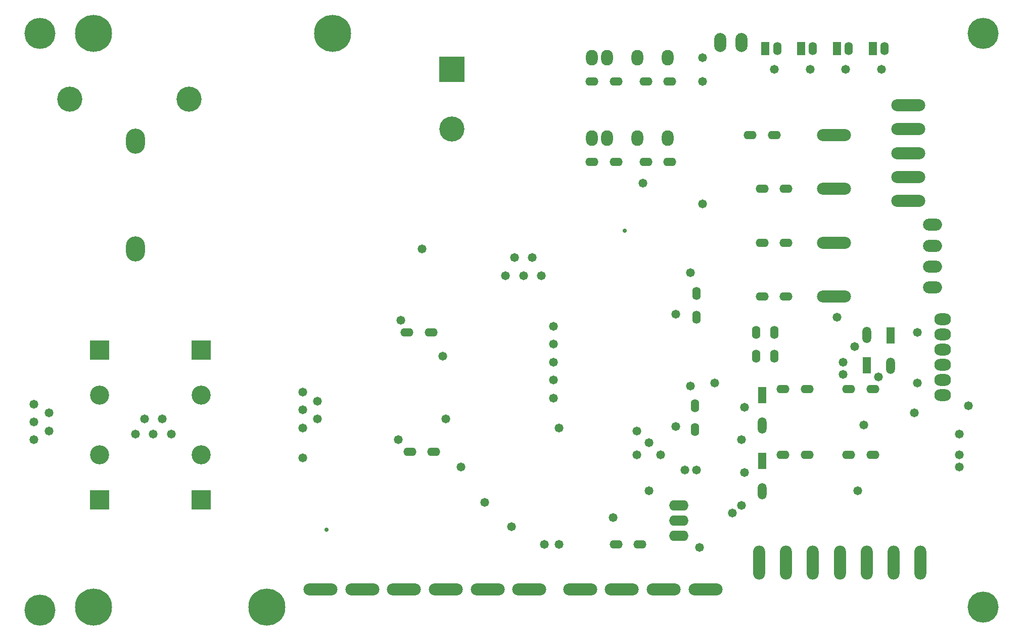
<source format=gbs>
G04 Layer_Color=16711935*
%FSLAX44Y44*%
%MOMM*%
G71*
G01*
G75*
%ADD116O,2.0032X2.6032*%
%ADD117R,1.4732X2.7432*%
%ADD118O,1.4732X2.7432*%
%ADD119O,3.2032X2.0032*%
%ADD120O,2.0032X3.2032*%
%ADD121C,3.2032*%
%ADD122R,3.2032X3.2032*%
%ADD123C,4.2032*%
%ADD124R,4.2032X4.2032*%
%ADD125O,3.2032X4.2032*%
%ADD126O,3.2512X1.7272*%
%ADD127O,2.2032X1.4032*%
%ADD128O,1.4032X2.2032*%
%ADD129O,2.8032X2.0032*%
%ADD130O,2.0032X5.7032*%
%ADD131O,5.7032X2.0032*%
%ADD132C,6.2032*%
%ADD133C,5.2032*%
%ADD134R,1.4032X2.2032*%
%ADD135C,0.7112*%
%ADD136C,1.4732*%
D116*
X1145000Y1035000D02*
D03*
X1170400D02*
D03*
X1221200D02*
D03*
X1272000D02*
D03*
Y1170000D02*
D03*
X1221200D02*
D03*
X1170400D02*
D03*
X1145000D02*
D03*
D117*
X1430000Y495000D02*
D03*
X1645000Y705000D02*
D03*
X1605000Y655000D02*
D03*
X1430000Y605000D02*
D03*
D118*
Y444200D02*
D03*
X1645000Y654200D02*
D03*
X1605000Y705800D02*
D03*
X1430000Y554200D02*
D03*
D119*
X1715000Y890000D02*
D03*
Y855000D02*
D03*
Y820000D02*
D03*
Y785000D02*
D03*
D120*
X1360000Y1195000D02*
D03*
X1395000D02*
D03*
D121*
X490000Y505000D02*
D03*
Y605000D02*
D03*
X320000Y505000D02*
D03*
Y605000D02*
D03*
D122*
X490000Y430000D02*
D03*
Y680000D02*
D03*
X320000Y430000D02*
D03*
Y680000D02*
D03*
D123*
X910000Y1050000D02*
D03*
X470000Y1100000D02*
D03*
X270000D02*
D03*
D124*
X910000Y1150000D02*
D03*
D125*
X380000Y1030000D02*
D03*
Y850000D02*
D03*
D126*
X1290000Y420000D02*
D03*
Y394600D02*
D03*
Y369200D02*
D03*
D127*
X1575000Y615000D02*
D03*
X1615000D02*
D03*
X1470000Y860000D02*
D03*
X1430000D02*
D03*
X1470000Y770000D02*
D03*
X1430000D02*
D03*
X835000Y710000D02*
D03*
X875000D02*
D03*
X1450000Y1040000D02*
D03*
X1410000D02*
D03*
X840000Y510000D02*
D03*
X880000D02*
D03*
X1470000Y950000D02*
D03*
X1430000D02*
D03*
X1145000Y1130000D02*
D03*
X1185000D02*
D03*
X1235000D02*
D03*
X1275000D02*
D03*
X1145000Y995000D02*
D03*
X1185000D02*
D03*
X1235000D02*
D03*
X1275000D02*
D03*
X1465000Y505000D02*
D03*
X1505000D02*
D03*
X1575000D02*
D03*
X1615000D02*
D03*
X1465000Y615000D02*
D03*
X1505000D02*
D03*
X1185000Y355000D02*
D03*
X1225000D02*
D03*
D128*
X1317500Y547500D02*
D03*
Y587500D02*
D03*
X1320000Y735000D02*
D03*
Y775000D02*
D03*
X1420000Y670000D02*
D03*
Y710000D02*
D03*
X1450000Y670000D02*
D03*
Y710000D02*
D03*
X1635000Y1185000D02*
D03*
X1515000D02*
D03*
X1455000D02*
D03*
X1575000D02*
D03*
D129*
X1732500Y605000D02*
D03*
Y630400D02*
D03*
Y655800D02*
D03*
Y681200D02*
D03*
Y706600D02*
D03*
Y732000D02*
D03*
D130*
X1515000Y325000D02*
D03*
X1560000D02*
D03*
X1605000D02*
D03*
X1650000D02*
D03*
X1695000D02*
D03*
X1425000D02*
D03*
X1470000D02*
D03*
D131*
X1675000Y1090000D02*
D03*
Y1050000D02*
D03*
Y1010000D02*
D03*
Y970000D02*
D03*
Y930000D02*
D03*
X1335000Y280000D02*
D03*
X1265000D02*
D03*
X1195000D02*
D03*
X1125000D02*
D03*
X1550000Y770000D02*
D03*
Y860000D02*
D03*
Y950000D02*
D03*
Y1040000D02*
D03*
X1040000Y280000D02*
D03*
X830000D02*
D03*
X970000D02*
D03*
X760000D02*
D03*
X900000D02*
D03*
X690000D02*
D03*
D132*
X310000Y1210000D02*
D03*
X710000D02*
D03*
X600000Y250000D02*
D03*
X310000D02*
D03*
D133*
X1800000D02*
D03*
Y1210000D02*
D03*
X220000D02*
D03*
Y245000D02*
D03*
D134*
X1615000Y1185000D02*
D03*
X1495000D02*
D03*
X1435000D02*
D03*
X1555000D02*
D03*
D135*
X700000Y380000D02*
D03*
X1200000Y880000D02*
D03*
D136*
X824998Y729998D02*
D03*
X820000Y530000D02*
D03*
X1760000Y540000D02*
D03*
Y505000D02*
D03*
Y485000D02*
D03*
X1775000Y587500D02*
D03*
X1240000Y525000D02*
D03*
X1220000Y545000D02*
D03*
X1260000Y505000D02*
D03*
X1220000D02*
D03*
X1090000Y550000D02*
D03*
X1240000Y445000D02*
D03*
X1080000Y720000D02*
D03*
Y690000D02*
D03*
Y660000D02*
D03*
Y630000D02*
D03*
Y600000D02*
D03*
X1045000Y835000D02*
D03*
X1015000D02*
D03*
X1000000Y805000D02*
D03*
X1030000D02*
D03*
X1060000D02*
D03*
X685000Y595000D02*
D03*
X660000Y610000D02*
D03*
Y580000D02*
D03*
Y550000D02*
D03*
X685000Y565000D02*
D03*
X425000D02*
D03*
X410000Y540000D02*
D03*
X395000Y565000D02*
D03*
X380000Y540000D02*
D03*
X440000D02*
D03*
X235000Y545000D02*
D03*
Y575000D02*
D03*
X210000Y530000D02*
D03*
Y560000D02*
D03*
X965000Y425000D02*
D03*
X1010000Y385000D02*
D03*
X925000Y485000D02*
D03*
X1590000Y445000D02*
D03*
X1395000Y530000D02*
D03*
X660000Y500000D02*
D03*
X1180000Y400000D02*
D03*
X210000Y590000D02*
D03*
X895000Y670000D02*
D03*
X900000Y565000D02*
D03*
X1600000Y555000D02*
D03*
X1685000Y575000D02*
D03*
X1310000Y810000D02*
D03*
X1285000Y552500D02*
D03*
X1310000Y620000D02*
D03*
X1285000Y740000D02*
D03*
X1330000Y1170000D02*
D03*
Y1130000D02*
D03*
X1300000Y480000D02*
D03*
X1320000D02*
D03*
X1395000Y420000D02*
D03*
X1555000Y735000D02*
D03*
X1565000Y660000D02*
D03*
Y640000D02*
D03*
X1450000Y1150000D02*
D03*
X1510000D02*
D03*
X1570000D02*
D03*
X1630000D02*
D03*
X1380000Y407500D02*
D03*
X1090000Y355000D02*
D03*
X1065000D02*
D03*
X1325000Y350000D02*
D03*
X1585000Y685800D02*
D03*
X1690000Y710000D02*
D03*
X1230000Y960000D02*
D03*
X1330000Y925000D02*
D03*
X860000Y850000D02*
D03*
X1400000Y585000D02*
D03*
Y475000D02*
D03*
X1350000Y625000D02*
D03*
X1690000D02*
D03*
X1625000Y635000D02*
D03*
M02*

</source>
